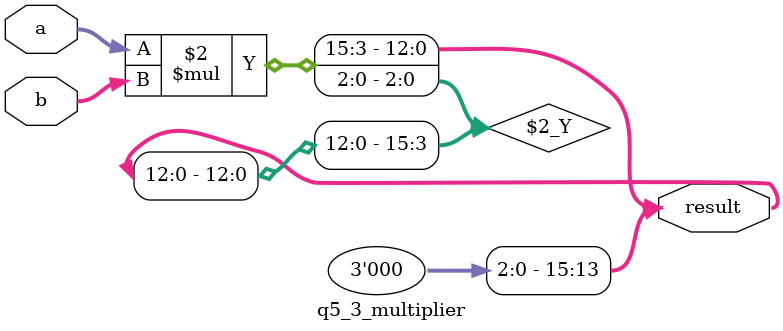
<source format=v>
module q5_3_multiplier (
    input  wire [7:0] a,
    input  wire [7:0] b,
    output reg  [15:0] result
);

    always @(*) begin
        result = (a * b) >>> 3;
    end

endmodule
</source>
